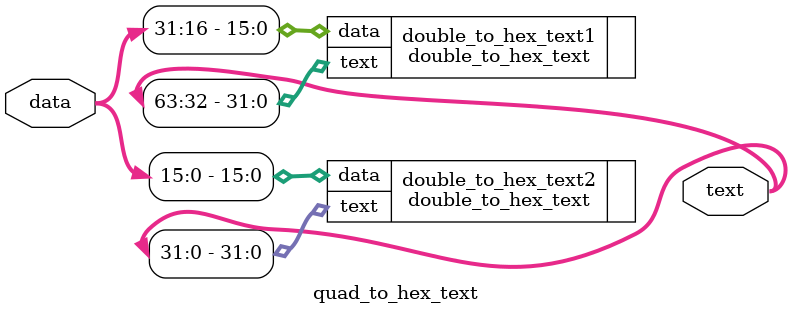
<source format=v>
module quad_to_hex_text (
    input  [31:0] data,
    output [63:0] text
);

double_to_hex_text double_to_hex_text1(
    .data(data[31:16]),
    .text(text[63:32])
);

double_to_hex_text double_to_hex_text2(
    .data(data[15:0]),
    .text(text[31:0])
);

endmodule
</source>
